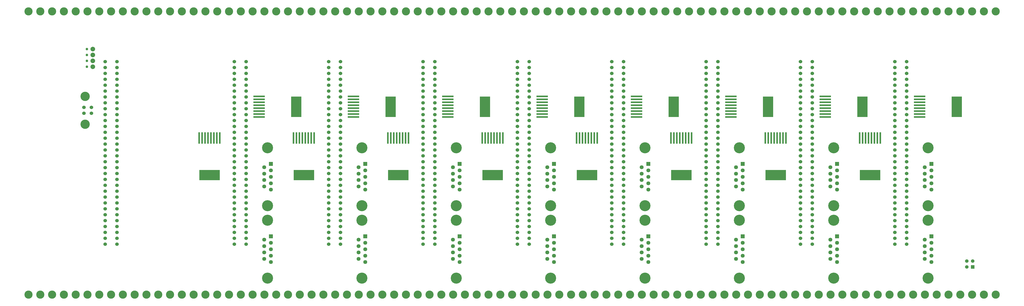
<source format=gbr>
G04 Layer_Color=255*
%FSLAX45Y45*%
%MOMM*%
%TF.FileFunction,Pads,Bot*%
%TF.Part,Single*%
G01*
G75*
%TA.AperFunction,ComponentPad*%
%ADD12C,1.52400*%
%ADD13C,4.00000*%
%TA.AperFunction,ViaPad*%
%ADD14C,3.50000*%
%TA.AperFunction,ComponentPad*%
%ADD15C,4.76000*%
%ADD16R,1.69000X1.69000*%
%ADD17C,1.69000*%
%ADD18C,1.10000*%
%ADD19C,2.00000*%
%ADD20R,1.50000X1.50000*%
%ADD21C,1.50000*%
%TA.AperFunction,SMDPad,CuDef*%
%ADD24R,8.80000X4.50000*%
%ADD25R,0.76000X5.00000*%
%ADD26R,4.50000X8.80000*%
%ADD27R,5.00000X0.76000*%
D12*
X7289800Y13489400D02*
D03*
Y13739400D02*
D03*
X7610800D02*
D03*
Y13489400D02*
D03*
X42722800Y15709900D02*
D03*
Y15455901D02*
D03*
Y15201900D02*
D03*
Y14947900D02*
D03*
Y14693900D02*
D03*
Y14439900D02*
D03*
Y14185899D02*
D03*
Y13931900D02*
D03*
Y13677901D02*
D03*
Y13423900D02*
D03*
Y13169901D02*
D03*
Y12915900D02*
D03*
Y12661900D02*
D03*
Y12407900D02*
D03*
Y12153900D02*
D03*
Y11899900D02*
D03*
Y11645900D02*
D03*
Y11391900D02*
D03*
Y11137900D02*
D03*
Y10883900D02*
D03*
Y10629900D02*
D03*
Y10375900D02*
D03*
Y10121900D02*
D03*
Y9867900D02*
D03*
Y9613900D02*
D03*
Y9359900D02*
D03*
Y9105900D02*
D03*
Y8851900D02*
D03*
Y8597900D02*
D03*
Y8343900D02*
D03*
Y8089900D02*
D03*
Y7835900D02*
D03*
X42214801Y15709900D02*
D03*
Y15455901D02*
D03*
Y15201900D02*
D03*
Y14947900D02*
D03*
Y14693900D02*
D03*
Y14439900D02*
D03*
Y14185899D02*
D03*
Y13931900D02*
D03*
Y13677901D02*
D03*
Y13423900D02*
D03*
Y13169901D02*
D03*
Y12915900D02*
D03*
Y12661900D02*
D03*
Y12407900D02*
D03*
Y12153900D02*
D03*
Y11899900D02*
D03*
Y11645900D02*
D03*
Y11391900D02*
D03*
Y11137900D02*
D03*
Y10883900D02*
D03*
Y10629900D02*
D03*
Y10375900D02*
D03*
Y10121900D02*
D03*
Y9867900D02*
D03*
Y9613900D02*
D03*
Y9359900D02*
D03*
Y9105900D02*
D03*
Y8851900D02*
D03*
Y8597900D02*
D03*
Y8343900D02*
D03*
Y8089900D02*
D03*
Y7835900D02*
D03*
X38658801Y15709900D02*
D03*
Y15455901D02*
D03*
Y15201900D02*
D03*
Y14947900D02*
D03*
Y14693900D02*
D03*
Y14439900D02*
D03*
Y14185899D02*
D03*
Y13931900D02*
D03*
Y13677901D02*
D03*
Y13423900D02*
D03*
Y13169901D02*
D03*
Y12915900D02*
D03*
Y12661900D02*
D03*
Y12407900D02*
D03*
Y12153900D02*
D03*
Y11899900D02*
D03*
Y11645900D02*
D03*
Y11391900D02*
D03*
Y11137900D02*
D03*
Y10883900D02*
D03*
Y10629900D02*
D03*
Y10375900D02*
D03*
Y10121900D02*
D03*
Y9867900D02*
D03*
Y9613900D02*
D03*
Y9359900D02*
D03*
Y9105900D02*
D03*
Y8851900D02*
D03*
Y8597900D02*
D03*
Y8343900D02*
D03*
Y8089900D02*
D03*
Y7835900D02*
D03*
X38150800Y15709900D02*
D03*
Y15455901D02*
D03*
Y15201900D02*
D03*
Y14947900D02*
D03*
Y14693900D02*
D03*
Y14439900D02*
D03*
Y14185899D02*
D03*
Y13931900D02*
D03*
Y13677901D02*
D03*
Y13423900D02*
D03*
Y13169901D02*
D03*
Y12915900D02*
D03*
Y12661900D02*
D03*
Y12407900D02*
D03*
Y12153900D02*
D03*
Y11899900D02*
D03*
Y11645900D02*
D03*
Y11391900D02*
D03*
Y11137900D02*
D03*
Y10883900D02*
D03*
Y10629900D02*
D03*
Y10375900D02*
D03*
Y10121900D02*
D03*
Y9867900D02*
D03*
Y9613900D02*
D03*
Y9359900D02*
D03*
Y9105900D02*
D03*
Y8851900D02*
D03*
Y8597900D02*
D03*
Y8343900D02*
D03*
Y8089900D02*
D03*
Y7835900D02*
D03*
X34594800Y15709900D02*
D03*
Y15455901D02*
D03*
Y15201900D02*
D03*
Y14947900D02*
D03*
Y14693900D02*
D03*
Y14439900D02*
D03*
Y14185899D02*
D03*
Y13931900D02*
D03*
Y13677901D02*
D03*
Y13423900D02*
D03*
Y13169901D02*
D03*
Y12915900D02*
D03*
Y12661900D02*
D03*
Y12407900D02*
D03*
Y12153900D02*
D03*
Y11899900D02*
D03*
Y11645900D02*
D03*
Y11391900D02*
D03*
Y11137900D02*
D03*
Y10883900D02*
D03*
Y10629900D02*
D03*
Y10375900D02*
D03*
Y10121900D02*
D03*
Y9867900D02*
D03*
Y9613900D02*
D03*
Y9359900D02*
D03*
Y9105900D02*
D03*
Y8851900D02*
D03*
Y8597900D02*
D03*
Y8343900D02*
D03*
Y8089900D02*
D03*
Y7835900D02*
D03*
X34086801Y15709900D02*
D03*
Y15455901D02*
D03*
Y15201900D02*
D03*
Y14947900D02*
D03*
Y14693900D02*
D03*
Y14439900D02*
D03*
Y14185899D02*
D03*
Y13931900D02*
D03*
Y13677901D02*
D03*
Y13423900D02*
D03*
Y13169901D02*
D03*
Y12915900D02*
D03*
Y12661900D02*
D03*
Y12407900D02*
D03*
Y12153900D02*
D03*
Y11899900D02*
D03*
Y11645900D02*
D03*
Y11391900D02*
D03*
Y11137900D02*
D03*
Y10883900D02*
D03*
Y10629900D02*
D03*
Y10375900D02*
D03*
Y10121900D02*
D03*
Y9867900D02*
D03*
Y9613900D02*
D03*
Y9359900D02*
D03*
Y9105900D02*
D03*
Y8851900D02*
D03*
Y8597900D02*
D03*
Y8343900D02*
D03*
Y8089900D02*
D03*
Y7835900D02*
D03*
X30530801Y15709900D02*
D03*
Y15455901D02*
D03*
Y15201900D02*
D03*
Y14947900D02*
D03*
Y14693900D02*
D03*
Y14439900D02*
D03*
Y14185899D02*
D03*
Y13931900D02*
D03*
Y13677901D02*
D03*
Y13423900D02*
D03*
Y13169901D02*
D03*
Y12915900D02*
D03*
Y12661900D02*
D03*
Y12407900D02*
D03*
Y12153900D02*
D03*
Y11899900D02*
D03*
Y11645900D02*
D03*
Y11391900D02*
D03*
Y11137900D02*
D03*
Y10883900D02*
D03*
Y10629900D02*
D03*
Y10375900D02*
D03*
Y10121900D02*
D03*
Y9867900D02*
D03*
Y9613900D02*
D03*
Y9359900D02*
D03*
Y9105900D02*
D03*
Y8851900D02*
D03*
Y8597900D02*
D03*
Y8343900D02*
D03*
Y8089900D02*
D03*
Y7835900D02*
D03*
X30022800Y15709900D02*
D03*
Y15455901D02*
D03*
Y15201900D02*
D03*
Y14947900D02*
D03*
Y14693900D02*
D03*
Y14439900D02*
D03*
Y14185899D02*
D03*
Y13931900D02*
D03*
Y13677901D02*
D03*
Y13423900D02*
D03*
Y13169901D02*
D03*
Y12915900D02*
D03*
Y12661900D02*
D03*
Y12407900D02*
D03*
Y12153900D02*
D03*
Y11899900D02*
D03*
Y11645900D02*
D03*
Y11391900D02*
D03*
Y11137900D02*
D03*
Y10883900D02*
D03*
Y10629900D02*
D03*
Y10375900D02*
D03*
Y10121900D02*
D03*
Y9867900D02*
D03*
Y9613900D02*
D03*
Y9359900D02*
D03*
Y9105900D02*
D03*
Y8851900D02*
D03*
Y8597900D02*
D03*
Y8343900D02*
D03*
Y8089900D02*
D03*
Y7835900D02*
D03*
X26466800Y15709900D02*
D03*
Y15455901D02*
D03*
Y15201900D02*
D03*
Y14947900D02*
D03*
Y14693900D02*
D03*
Y14439900D02*
D03*
Y14185899D02*
D03*
Y13931900D02*
D03*
Y13677901D02*
D03*
Y13423900D02*
D03*
Y13169901D02*
D03*
Y12915900D02*
D03*
Y12661900D02*
D03*
Y12407900D02*
D03*
Y12153900D02*
D03*
Y11899900D02*
D03*
Y11645900D02*
D03*
Y11391900D02*
D03*
Y11137900D02*
D03*
Y10883900D02*
D03*
Y10629900D02*
D03*
Y10375900D02*
D03*
Y10121900D02*
D03*
Y9867900D02*
D03*
Y9613900D02*
D03*
Y9359900D02*
D03*
Y9105900D02*
D03*
Y8851900D02*
D03*
Y8597900D02*
D03*
Y8343900D02*
D03*
Y8089900D02*
D03*
Y7835900D02*
D03*
X25958801Y15709900D02*
D03*
Y15455901D02*
D03*
Y15201900D02*
D03*
Y14947900D02*
D03*
Y14693900D02*
D03*
Y14439900D02*
D03*
Y14185899D02*
D03*
Y13931900D02*
D03*
Y13677901D02*
D03*
Y13423900D02*
D03*
Y13169901D02*
D03*
Y12915900D02*
D03*
Y12661900D02*
D03*
Y12407900D02*
D03*
Y12153900D02*
D03*
Y11899900D02*
D03*
Y11645900D02*
D03*
Y11391900D02*
D03*
Y11137900D02*
D03*
Y10883900D02*
D03*
Y10629900D02*
D03*
Y10375900D02*
D03*
Y10121900D02*
D03*
Y9867900D02*
D03*
Y9613900D02*
D03*
Y9359900D02*
D03*
Y9105900D02*
D03*
Y8851900D02*
D03*
Y8597900D02*
D03*
Y8343900D02*
D03*
Y8089900D02*
D03*
Y7835900D02*
D03*
X22402800Y15709900D02*
D03*
Y15455901D02*
D03*
Y15201900D02*
D03*
Y14947900D02*
D03*
Y14693900D02*
D03*
Y14439900D02*
D03*
Y14185899D02*
D03*
Y13931900D02*
D03*
Y13677901D02*
D03*
Y13423900D02*
D03*
Y13169901D02*
D03*
Y12915900D02*
D03*
Y12661900D02*
D03*
Y12407900D02*
D03*
Y12153900D02*
D03*
Y11899900D02*
D03*
Y11645900D02*
D03*
Y11391900D02*
D03*
Y11137900D02*
D03*
Y10883900D02*
D03*
Y10629900D02*
D03*
Y10375900D02*
D03*
Y10121900D02*
D03*
Y9867900D02*
D03*
Y9613900D02*
D03*
Y9359900D02*
D03*
Y9105900D02*
D03*
Y8851900D02*
D03*
Y8597900D02*
D03*
Y8343900D02*
D03*
Y8089900D02*
D03*
Y7835900D02*
D03*
X21894800Y15709900D02*
D03*
Y15455901D02*
D03*
Y15201900D02*
D03*
Y14947900D02*
D03*
Y14693900D02*
D03*
Y14439900D02*
D03*
Y14185899D02*
D03*
Y13931900D02*
D03*
Y13677901D02*
D03*
Y13423900D02*
D03*
Y13169901D02*
D03*
Y12915900D02*
D03*
Y12661900D02*
D03*
Y12407900D02*
D03*
Y12153900D02*
D03*
Y11899900D02*
D03*
Y11645900D02*
D03*
Y11391900D02*
D03*
Y11137900D02*
D03*
Y10883900D02*
D03*
Y10629900D02*
D03*
Y10375900D02*
D03*
Y10121900D02*
D03*
Y9867900D02*
D03*
Y9613900D02*
D03*
Y9359900D02*
D03*
Y9105900D02*
D03*
Y8851900D02*
D03*
Y8597900D02*
D03*
Y8343900D02*
D03*
Y8089900D02*
D03*
Y7835900D02*
D03*
X18338800Y15709900D02*
D03*
Y15455901D02*
D03*
Y15201900D02*
D03*
Y14947900D02*
D03*
Y14693900D02*
D03*
Y14439900D02*
D03*
Y14185899D02*
D03*
Y13931900D02*
D03*
Y13677901D02*
D03*
Y13423900D02*
D03*
Y13169901D02*
D03*
Y12915900D02*
D03*
Y12661900D02*
D03*
Y12407900D02*
D03*
Y12153900D02*
D03*
Y11899900D02*
D03*
Y11645900D02*
D03*
Y11391900D02*
D03*
Y11137900D02*
D03*
Y10883900D02*
D03*
Y10629900D02*
D03*
Y10375900D02*
D03*
Y10121900D02*
D03*
Y9867900D02*
D03*
Y9613900D02*
D03*
Y9359900D02*
D03*
Y9105900D02*
D03*
Y8851900D02*
D03*
Y8597900D02*
D03*
Y8343900D02*
D03*
Y8089900D02*
D03*
Y7835900D02*
D03*
X17830800Y15709900D02*
D03*
Y15455901D02*
D03*
Y15201900D02*
D03*
Y14947900D02*
D03*
Y14693900D02*
D03*
Y14439900D02*
D03*
Y14185899D02*
D03*
Y13931900D02*
D03*
Y13677901D02*
D03*
Y13423900D02*
D03*
Y13169901D02*
D03*
Y12915900D02*
D03*
Y12661900D02*
D03*
Y12407900D02*
D03*
Y12153900D02*
D03*
Y11899900D02*
D03*
Y11645900D02*
D03*
Y11391900D02*
D03*
Y11137900D02*
D03*
Y10883900D02*
D03*
Y10629900D02*
D03*
Y10375900D02*
D03*
Y10121900D02*
D03*
Y9867900D02*
D03*
Y9613900D02*
D03*
Y9359900D02*
D03*
Y9105900D02*
D03*
Y8851900D02*
D03*
Y8597900D02*
D03*
Y8343900D02*
D03*
Y8089900D02*
D03*
Y7835900D02*
D03*
X8712200Y15709900D02*
D03*
Y15455901D02*
D03*
Y15201900D02*
D03*
Y14947900D02*
D03*
Y14693900D02*
D03*
Y14439900D02*
D03*
Y14185899D02*
D03*
Y13931900D02*
D03*
Y13677901D02*
D03*
Y13423900D02*
D03*
Y13169901D02*
D03*
Y12915900D02*
D03*
Y12661900D02*
D03*
Y12407900D02*
D03*
Y12153900D02*
D03*
Y11899900D02*
D03*
Y11645900D02*
D03*
Y11391900D02*
D03*
Y11137900D02*
D03*
Y10883900D02*
D03*
Y10629900D02*
D03*
Y10375900D02*
D03*
Y10121900D02*
D03*
Y9867900D02*
D03*
Y9613900D02*
D03*
Y9359900D02*
D03*
Y9105900D02*
D03*
Y8851900D02*
D03*
Y8597900D02*
D03*
Y8343900D02*
D03*
Y8089900D02*
D03*
Y7835900D02*
D03*
X8204200Y15709900D02*
D03*
Y15455901D02*
D03*
Y15201900D02*
D03*
Y14947900D02*
D03*
Y14693900D02*
D03*
Y14439900D02*
D03*
Y14185899D02*
D03*
Y13931900D02*
D03*
Y13677901D02*
D03*
Y13423900D02*
D03*
Y13169901D02*
D03*
Y12915900D02*
D03*
Y12661900D02*
D03*
Y12407900D02*
D03*
Y12153900D02*
D03*
Y11899900D02*
D03*
Y11645900D02*
D03*
Y11391900D02*
D03*
Y11137900D02*
D03*
Y10883900D02*
D03*
Y10629900D02*
D03*
Y10375900D02*
D03*
Y10121900D02*
D03*
Y9867900D02*
D03*
Y9613900D02*
D03*
Y9359900D02*
D03*
Y9105900D02*
D03*
Y8851900D02*
D03*
Y8597900D02*
D03*
Y8343900D02*
D03*
Y8089900D02*
D03*
Y7835900D02*
D03*
X14274800Y15709900D02*
D03*
Y15455901D02*
D03*
Y15201900D02*
D03*
Y14947900D02*
D03*
Y14693900D02*
D03*
Y14439900D02*
D03*
Y14185899D02*
D03*
Y13931900D02*
D03*
Y13677901D02*
D03*
Y13423900D02*
D03*
Y13169901D02*
D03*
Y12915900D02*
D03*
Y12661900D02*
D03*
Y12407900D02*
D03*
Y12153900D02*
D03*
Y11899900D02*
D03*
Y11645900D02*
D03*
Y11391900D02*
D03*
Y11137900D02*
D03*
Y10883900D02*
D03*
Y10629900D02*
D03*
Y10375900D02*
D03*
Y10121900D02*
D03*
Y9867900D02*
D03*
Y9613900D02*
D03*
Y9359900D02*
D03*
Y9105900D02*
D03*
Y8851900D02*
D03*
Y8597900D02*
D03*
Y8343900D02*
D03*
Y8089900D02*
D03*
Y7835900D02*
D03*
X13766800Y15709900D02*
D03*
Y15455901D02*
D03*
Y15201900D02*
D03*
Y14947900D02*
D03*
Y14693900D02*
D03*
Y14439900D02*
D03*
Y14185899D02*
D03*
Y13931900D02*
D03*
Y13677901D02*
D03*
Y13423900D02*
D03*
Y13169901D02*
D03*
Y12915900D02*
D03*
Y12661900D02*
D03*
Y12407900D02*
D03*
Y12153900D02*
D03*
Y11899900D02*
D03*
Y11645900D02*
D03*
Y11391900D02*
D03*
Y11137900D02*
D03*
Y10883900D02*
D03*
Y10629900D02*
D03*
Y10375900D02*
D03*
Y10121900D02*
D03*
Y9867900D02*
D03*
Y9613900D02*
D03*
Y9359900D02*
D03*
Y9105900D02*
D03*
Y8851900D02*
D03*
Y8597900D02*
D03*
Y8343900D02*
D03*
Y8089900D02*
D03*
Y7835900D02*
D03*
D13*
X7340300Y14216400D02*
D03*
Y13012399D02*
D03*
D14*
X13538200Y5661660D02*
D03*
X14046201D02*
D03*
X13030200D02*
D03*
X11506200D02*
D03*
X12522200D02*
D03*
X12014200D02*
D03*
X9982200D02*
D03*
X10998200D02*
D03*
X10490200D02*
D03*
X5918200D02*
D03*
X6426200D02*
D03*
X5410200D02*
D03*
X7442200D02*
D03*
X7950200D02*
D03*
X6934200D02*
D03*
X8458200D02*
D03*
X9474200D02*
D03*
X8966200D02*
D03*
X4902200D02*
D03*
X14046201Y17884140D02*
D03*
X13538200D02*
D03*
X12522200D02*
D03*
X13030200D02*
D03*
X10998200D02*
D03*
X10490200D02*
D03*
X11506200D02*
D03*
X12014200D02*
D03*
X7950200D02*
D03*
X7442200D02*
D03*
X6426200D02*
D03*
X6934200D02*
D03*
X8966200D02*
D03*
X8458200D02*
D03*
X9474200D02*
D03*
X9982200D02*
D03*
X4902200D02*
D03*
X5410200D02*
D03*
X5918200D02*
D03*
X14554201Y5661660D02*
D03*
Y17884140D02*
D03*
X15570200D02*
D03*
X15062199D02*
D03*
X16586200D02*
D03*
X16078200D02*
D03*
X15062199Y5661660D02*
D03*
X15570200D02*
D03*
X16078200D02*
D03*
X16586200D02*
D03*
X17094200Y17884140D02*
D03*
X17602200D02*
D03*
X18110201D02*
D03*
X18618201D02*
D03*
X19126199D02*
D03*
X19634200D02*
D03*
X20142200D02*
D03*
X20650200D02*
D03*
X21158200D02*
D03*
X21666200D02*
D03*
X22174200D02*
D03*
X22682201D02*
D03*
X23190199D02*
D03*
X23698199D02*
D03*
X24206200D02*
D03*
X24714200D02*
D03*
X25222200D02*
D03*
X25730200D02*
D03*
X26238199D02*
D03*
X26746201D02*
D03*
X27254199D02*
D03*
X27762201D02*
D03*
X28270200D02*
D03*
X28778201D02*
D03*
X29286200D02*
D03*
X29794199D02*
D03*
X30302200D02*
D03*
X30810199D02*
D03*
X31318201D02*
D03*
X31826199D02*
D03*
X32334201D02*
D03*
X32842200D02*
D03*
X33350201D02*
D03*
X33858200D02*
D03*
X34366199D02*
D03*
X34874200D02*
D03*
X35382199D02*
D03*
X35890201D02*
D03*
X36398199D02*
D03*
X36906201D02*
D03*
X37414200D02*
D03*
X37922198D02*
D03*
X38430200D02*
D03*
X38938199D02*
D03*
X39446201D02*
D03*
X39954199D02*
D03*
X40462201D02*
D03*
X40970200D02*
D03*
X41478201D02*
D03*
X41986200D02*
D03*
X42494199D02*
D03*
X43002200D02*
D03*
X43510199D02*
D03*
X44018201D02*
D03*
X44526199D02*
D03*
X45034201D02*
D03*
X45542200D02*
D03*
X17094200Y5661660D02*
D03*
X17602200D02*
D03*
X18110201D02*
D03*
X18618201D02*
D03*
X19126199D02*
D03*
X19634200D02*
D03*
X20142200D02*
D03*
X20650200D02*
D03*
X21158200D02*
D03*
X21666200D02*
D03*
X22174200D02*
D03*
X22682201D02*
D03*
X23190199D02*
D03*
X23698199D02*
D03*
X24206200D02*
D03*
X24714200D02*
D03*
X25222200D02*
D03*
X25730200D02*
D03*
X26238199D02*
D03*
X26746201D02*
D03*
X27254199D02*
D03*
X27762201D02*
D03*
X28270200D02*
D03*
X28778201D02*
D03*
X29286200D02*
D03*
X29794199D02*
D03*
X30302200D02*
D03*
X30810199D02*
D03*
X31318201D02*
D03*
X31826199D02*
D03*
X32334201D02*
D03*
X32842200D02*
D03*
X33350201D02*
D03*
X33858200D02*
D03*
X34366199D02*
D03*
X34874200D02*
D03*
X35382199D02*
D03*
X35890201D02*
D03*
X36398199D02*
D03*
X36906201D02*
D03*
X37414200D02*
D03*
X37922198D02*
D03*
X38430200D02*
D03*
X38938199D02*
D03*
X39446201D02*
D03*
X39954199D02*
D03*
X40462201D02*
D03*
X40970200D02*
D03*
X41478201D02*
D03*
X41986200D02*
D03*
X42494199D02*
D03*
X43002200D02*
D03*
X43510199D02*
D03*
X44018201D02*
D03*
X44526199D02*
D03*
X45034201D02*
D03*
X45542200D02*
D03*
X46050201Y17884140D02*
D03*
X46558200D02*
D03*
Y5664200D02*
D03*
X46050201D02*
D03*
D15*
X15199400Y6370500D02*
D03*
Y8869500D02*
D03*
Y9494700D02*
D03*
Y11993700D02*
D03*
X19263400Y6370500D02*
D03*
Y8869500D02*
D03*
X23327400Y6370500D02*
D03*
Y8869500D02*
D03*
X27391400Y6370500D02*
D03*
Y8869500D02*
D03*
X31455399Y6370500D02*
D03*
Y8869500D02*
D03*
X35519400Y6370500D02*
D03*
Y8869500D02*
D03*
X39583401Y6370500D02*
D03*
Y8869500D02*
D03*
X43647400Y6370500D02*
D03*
Y8869500D02*
D03*
Y9494700D02*
D03*
Y11993700D02*
D03*
X39583401Y9494700D02*
D03*
Y11993700D02*
D03*
X35519400Y9494700D02*
D03*
Y11993700D02*
D03*
X31455399Y9494700D02*
D03*
Y11993700D02*
D03*
X27391400Y9494700D02*
D03*
Y11993700D02*
D03*
X23327400Y9494700D02*
D03*
Y11993700D02*
D03*
X19263400Y9494700D02*
D03*
Y11993700D02*
D03*
D16*
X15341400Y8174000D02*
D03*
Y11298200D02*
D03*
X19405400Y8174000D02*
D03*
X23469400D02*
D03*
X27533401D02*
D03*
X31597400D02*
D03*
X35661401D02*
D03*
X39725400D02*
D03*
X43789401D02*
D03*
Y11298200D02*
D03*
X39725400D02*
D03*
X35661401D02*
D03*
X31597400D02*
D03*
X27533401D02*
D03*
X23469400D02*
D03*
X19405400D02*
D03*
D17*
X15057401Y8035500D02*
D03*
X15341400Y7897000D02*
D03*
X15057401Y7758500D02*
D03*
X15341400Y7620000D02*
D03*
X15057401Y7481500D02*
D03*
X15341400Y7343000D02*
D03*
X15057401Y7204500D02*
D03*
X15341400Y7066000D02*
D03*
X15057401Y11159700D02*
D03*
X15341400Y11021200D02*
D03*
X15057401Y10882700D02*
D03*
X15341400Y10744200D02*
D03*
X15057401Y10605700D02*
D03*
X15341400Y10467200D02*
D03*
X15057401Y10328700D02*
D03*
X15341400Y10190200D02*
D03*
X19121400Y8035500D02*
D03*
X19405400Y7897000D02*
D03*
X19121400Y7758500D02*
D03*
X19405400Y7620000D02*
D03*
X19121400Y7481500D02*
D03*
X19405400Y7343000D02*
D03*
X19121400Y7204500D02*
D03*
X19405400Y7066000D02*
D03*
X23185400Y8035500D02*
D03*
X23469400Y7897000D02*
D03*
X23185400Y7758500D02*
D03*
X23469400Y7620000D02*
D03*
X23185400Y7481500D02*
D03*
X23469400Y7343000D02*
D03*
X23185400Y7204500D02*
D03*
X23469400Y7066000D02*
D03*
X27249399Y8035500D02*
D03*
X27533401Y7897000D02*
D03*
X27249399Y7758500D02*
D03*
X27533401Y7620000D02*
D03*
X27249399Y7481500D02*
D03*
X27533401Y7343000D02*
D03*
X27249399Y7204500D02*
D03*
X27533401Y7066000D02*
D03*
X31313400Y8035500D02*
D03*
X31597400Y7897000D02*
D03*
X31313400Y7758500D02*
D03*
X31597400Y7620000D02*
D03*
X31313400Y7481500D02*
D03*
X31597400Y7343000D02*
D03*
X31313400Y7204500D02*
D03*
X31597400Y7066000D02*
D03*
X35377399Y8035500D02*
D03*
X35661401Y7897000D02*
D03*
X35377399Y7758500D02*
D03*
X35661401Y7620000D02*
D03*
X35377399Y7481500D02*
D03*
X35661401Y7343000D02*
D03*
X35377399Y7204500D02*
D03*
X35661401Y7066000D02*
D03*
X39441400Y8035500D02*
D03*
X39725400Y7897000D02*
D03*
X39441400Y7758500D02*
D03*
X39725400Y7620000D02*
D03*
X39441400Y7481500D02*
D03*
X39725400Y7343000D02*
D03*
X39441400Y7204500D02*
D03*
X39725400Y7066000D02*
D03*
X43505399Y8035500D02*
D03*
X43789401Y7897000D02*
D03*
X43505399Y7758500D02*
D03*
X43789401Y7620000D02*
D03*
X43505399Y7481500D02*
D03*
X43789401Y7343000D02*
D03*
X43505399Y7204500D02*
D03*
X43789401Y7066000D02*
D03*
X43505399Y11159700D02*
D03*
X43789401Y11021200D02*
D03*
X43505399Y10882700D02*
D03*
X43789401Y10744200D02*
D03*
X43505399Y10605700D02*
D03*
X43789401Y10467200D02*
D03*
X43505399Y10328700D02*
D03*
X43789401Y10190200D02*
D03*
X39441400Y11159700D02*
D03*
X39725400Y11021200D02*
D03*
X39441400Y10882700D02*
D03*
X39725400Y10744200D02*
D03*
X39441400Y10605700D02*
D03*
X39725400Y10467200D02*
D03*
X39441400Y10328700D02*
D03*
X39725400Y10190200D02*
D03*
X35377399Y11159700D02*
D03*
X35661401Y11021200D02*
D03*
X35377399Y10882700D02*
D03*
X35661401Y10744200D02*
D03*
X35377399Y10605700D02*
D03*
X35661401Y10467200D02*
D03*
X35377399Y10328700D02*
D03*
X35661401Y10190200D02*
D03*
X31313400Y11159700D02*
D03*
X31597400Y11021200D02*
D03*
X31313400Y10882700D02*
D03*
X31597400Y10744200D02*
D03*
X31313400Y10605700D02*
D03*
X31597400Y10467200D02*
D03*
X31313400Y10328700D02*
D03*
X31597400Y10190200D02*
D03*
X27249399Y11159700D02*
D03*
X27533401Y11021200D02*
D03*
X27249399Y10882700D02*
D03*
X27533401Y10744200D02*
D03*
X27249399Y10605700D02*
D03*
X27533401Y10467200D02*
D03*
X27249399Y10328700D02*
D03*
X27533401Y10190200D02*
D03*
X23185400Y11159700D02*
D03*
X23469400Y11021200D02*
D03*
X23185400Y10882700D02*
D03*
X23469400Y10744200D02*
D03*
X23185400Y10605700D02*
D03*
X23469400Y10467200D02*
D03*
X23185400Y10328700D02*
D03*
X23469400Y10190200D02*
D03*
X19121400Y11159700D02*
D03*
X19405400Y11021200D02*
D03*
X19121400Y10882700D02*
D03*
X19405400Y10744200D02*
D03*
X19121400Y10605700D02*
D03*
X19405400Y10467200D02*
D03*
X19121400Y10328700D02*
D03*
X19405400Y10190200D02*
D03*
D18*
X7416800Y15494800D02*
D03*
Y16256799D02*
D03*
Y16002800D02*
D03*
Y15748801D02*
D03*
D19*
X7670800Y15494800D02*
D03*
Y16256799D02*
D03*
Y16002800D02*
D03*
Y15748801D02*
D03*
D20*
X45567599Y6858000D02*
D03*
D21*
X45313599D02*
D03*
X45567599Y7112000D02*
D03*
X45313599D02*
D03*
D24*
X41148001Y10815600D02*
D03*
X37084000D02*
D03*
X33020001D02*
D03*
X28956000D02*
D03*
X24892000D02*
D03*
X20828000D02*
D03*
X16764000D02*
D03*
X12700000D02*
D03*
D25*
X41592499Y12420600D02*
D03*
X41465500D02*
D03*
X41338501D02*
D03*
X41211499D02*
D03*
X41084500D02*
D03*
X40957501D02*
D03*
X40830499D02*
D03*
X40703500D02*
D03*
X37528500D02*
D03*
X37401501D02*
D03*
X37274500D02*
D03*
X37147501D02*
D03*
X37020499D02*
D03*
X36893500D02*
D03*
X36766501D02*
D03*
X36639499D02*
D03*
X33464499D02*
D03*
X33337500D02*
D03*
X33210501D02*
D03*
X33083499D02*
D03*
X32956500D02*
D03*
X32829501D02*
D03*
X32702499D02*
D03*
X32575500D02*
D03*
X29400500D02*
D03*
X29273499D02*
D03*
X29146500D02*
D03*
X29019501D02*
D03*
X28892499D02*
D03*
X28765500D02*
D03*
X28638501D02*
D03*
X28511499D02*
D03*
X25336501D02*
D03*
X25209500D02*
D03*
X25082500D02*
D03*
X24955499D02*
D03*
X24828500D02*
D03*
X24701500D02*
D03*
X24574500D02*
D03*
X24447501D02*
D03*
X21272501D02*
D03*
X21145500D02*
D03*
X21018500D02*
D03*
X20891499D02*
D03*
X20764500D02*
D03*
X20637500D02*
D03*
X20510500D02*
D03*
X20383501D02*
D03*
X17208501D02*
D03*
X17081500D02*
D03*
X16954500D02*
D03*
X16827499D02*
D03*
X16700500D02*
D03*
X16573500D02*
D03*
X16446500D02*
D03*
X16319501D02*
D03*
X13144501D02*
D03*
X13017500D02*
D03*
X12890500D02*
D03*
X12763500D02*
D03*
X12636500D02*
D03*
X12509500D02*
D03*
X12382500D02*
D03*
X12255500D02*
D03*
D26*
X44886600Y13766800D02*
D03*
X40822601D02*
D03*
X36758600D02*
D03*
X32694601D02*
D03*
X28630600D02*
D03*
X24566600D02*
D03*
X20502600D02*
D03*
X16438600D02*
D03*
D27*
X43281601Y14211301D02*
D03*
Y14084300D02*
D03*
Y13957300D02*
D03*
Y13830299D02*
D03*
Y13703300D02*
D03*
Y13576300D02*
D03*
Y13449300D02*
D03*
Y13322301D02*
D03*
X39217599Y14211301D02*
D03*
Y14084300D02*
D03*
Y13957300D02*
D03*
Y13830299D02*
D03*
Y13703300D02*
D03*
Y13576300D02*
D03*
Y13449300D02*
D03*
Y13322301D02*
D03*
X35153601Y14211301D02*
D03*
Y14084300D02*
D03*
Y13957300D02*
D03*
Y13830299D02*
D03*
Y13703300D02*
D03*
Y13576300D02*
D03*
Y13449300D02*
D03*
Y13322301D02*
D03*
X31089600Y14211301D02*
D03*
Y14084300D02*
D03*
Y13957300D02*
D03*
Y13830299D02*
D03*
Y13703300D02*
D03*
Y13576300D02*
D03*
Y13449300D02*
D03*
Y13322301D02*
D03*
X27025601Y14211301D02*
D03*
Y14084300D02*
D03*
Y13957300D02*
D03*
Y13830299D02*
D03*
Y13703300D02*
D03*
Y13576300D02*
D03*
Y13449300D02*
D03*
Y13322301D02*
D03*
X22961600Y14211301D02*
D03*
Y14084300D02*
D03*
Y13957300D02*
D03*
Y13830299D02*
D03*
Y13703300D02*
D03*
Y13576300D02*
D03*
Y13449300D02*
D03*
Y13322301D02*
D03*
X18897600Y14211301D02*
D03*
Y14084300D02*
D03*
Y13957300D02*
D03*
Y13830299D02*
D03*
Y13703300D02*
D03*
Y13576300D02*
D03*
Y13449300D02*
D03*
Y13322301D02*
D03*
X14833600Y14211301D02*
D03*
Y14084300D02*
D03*
Y13957300D02*
D03*
Y13830299D02*
D03*
Y13703300D02*
D03*
Y13576300D02*
D03*
Y13449300D02*
D03*
Y13322301D02*
D03*
%TF.MD5,3dddbd5000fbb1103bfd855b21083e1e*%
M02*

</source>
